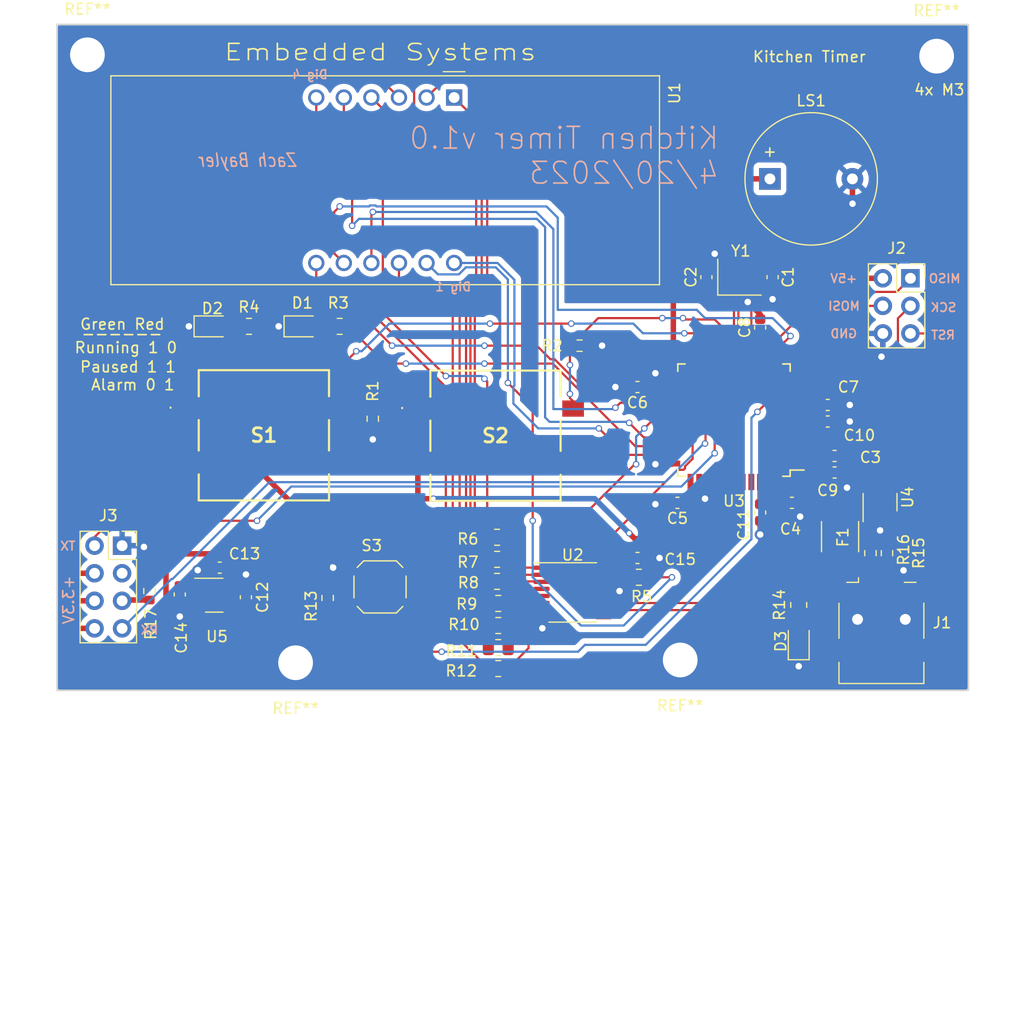
<source format=kicad_pcb>
(kicad_pcb (version 20221018) (generator pcbnew)
  (layers (0 "F.Cu" signal) (31 "B.Cu" signal) (34 "B.Paste" user) (35 "F.Paste" user) (36 "B.SilkS" user "B.Silkscreen") (37 "F.SilkS" user "F.Silkscreen") (38 "B.Mask" user) (39 "F.Mask" user) (44 "Edge.Cuts" user))
  (net 0 "")
  (net 1 "GND")
  (net 2 "Net-(D1-A)")
  (net 3 "Net-(D2-A)")
  (net 4 "Buzzer")
  (net 5 "Button_1")
  (net 6 "Button_2")
  (net 7 "RED_LED")
  (net 8 "GREEN_LED")
  (net 9 "a")
  (net 10 "Net-(U1-a)")
  (net 11 "b")
  (net 12 "Net-(U1-b)")
  (net 13 "c")
  (net 14 "Net-(U1-c)")
  (net 15 "d")
  (net 16 "Net-(U1-d)")
  (net 17 "e")
  (net 18 "Net-(U1-e)")
  (net 19 "f")
  (net 20 "Net-(U1-f)")
  (net 21 "g")
  (net 22 "Net-(U1-g)")
  (net 23 "dp")
  (net 24 "Net-(U1-DPX)")
  (net 25 "Dig4")
  (net 26 "Dig3")
  (net 27 "Dig2")
  (net 28 "Dig1")
  (net 30 "SH_CP")
  (net 31 "ST_CP")
  (net 32 "DS")
  (net 33 "XTAL2")
  (net 34 "XTAL1")
  (net 35 "RST")
  (net 36 "/UCAP")
  (net 37 "/AREF")
  (net 38 "Net-(D3-A)")
  (net 39 "Net-(J1-VBUS)")
  (net 40 "Net-(U5-BP)")
  (net 41 "+3.3V")
  (net 42 "Net-(J1-D-)")
  (net 43 "Net-(J1-D+)")
  (net 44 "MISO")
  (net 45 "SCK")
  (net 47 "MOSI")
  (net 48 "TX")
  (net 50 "Net-(J3-Pin_5)")
  (net 51 "RX")
  (net 52 "USB_CONN_D+")
  (net 53 "USB_CONN_D-")
  (net 54 "USB_D-")
  (net 55 "USB_D+")
  (net 58 "+5V")
  (footprint "Capacitor_SMD:C_0603_1608Metric" (layer "F.Cu") (at 82.169 111.059 -90)
    (fp_text reference "C14")
    (fp_text value "1uF")
  )
  (footprint "Crystal:Crystal_SMD_Abracon_ABM8G-4Pin_3.2x2.5mm" (layer "F.Cu") (at 133.731 81.827)
    (fp_text reference "Y1")
    (fp_text value "Crystal_GND24")
  )
  (footprint "Resistor_SMD:R_0805_2012Metric" (layer "F.Cu") (at 111.506 117.885 180)
    (fp_text reference "R12")
    (fp_text value "100")
  )
  (footprint "Resistor_SMD:R_0805_2012Metric" (layer "F.Cu") (at 111.506 115.951 180)
    (fp_text reference "R11")
    (fp_text value "100")
  )
  (footprint "Display_7Segment:CA56-12EWA" (layer "F.Cu") (at 107.442 65.278 -90)
    (fp_text reference "U1")
    (fp_text value "CA56-12EWA")
  )
  (footprint "Buzzer_Beeper:Buzzer_12x9.5RM7.6" (layer "F.Cu") (at 136.535 72.771)
    (fp_text reference "LS1")
    (fp_text value "Speaker")
  )
  (footprint "Package_TO_SOT_SMD:SOT-23-5" (layer "F.Cu") (at 85.344 111.125)
    (fp_text reference "U5")
    (fp_text value "LP2985-3.3")
  )
  (footprint "Resistor_SMD:R_0805_2012Metric" (layer "F.Cu") (at 111.506 111.887 180)
    (fp_text reference "R9")
    (fp_text value "100")
  )
  (footprint "Connector_PinSocket_2.54mm:PinSocket_2x04_P2.54mm_Vertical" (layer "F.Cu") (at 76.855 106.563)
    (fp_text reference "J3")
    (fp_text value "ESP Connector")
  )
  (footprint "Capacitor_SMD:C_0603_1608Metric" (layer "F.Cu") (at 85.8465 108.585 180)
    (fp_text reference "C13")
    (fp_text value "2.2uF")
  )
  (footprint "Capacitor_SMD:C_0603_1608Metric" (layer "F.Cu") (at 142.494 98.298)
    (fp_text reference "C3")
    (fp_text value "10uF")
  )
  (footprint "Capacitor_SMD:C_0603_1608Metric" (layer "F.Cu") (at 141.859 95.123)
    (fp_text reference "C10")
    (fp_text value "1uF")
  )
  (footprint "Resistor_SMD:R_0603_1608Metric" (layer "F.Cu") (at 79.375 110.744 -90)
    (fp_text reference "R17")
    (fp_text value "10k")
  )
  (footprint "Package_QFP:TQFP-44_10x10mm_P0.8mm" (layer "F.Cu") (at 133.223 94.996 180)
    (fp_text reference "U3")
    (fp_text value "ATmega32U4-A")
  )
  (footprint "Arduino_MountingHole:MountingHole_3.2mm" (layer "F.Cu") (at 151.892 61.468)
    (fp_text reference "REF**")
    (fp_text value "MountingHole_3.2mm")
  )
  (footprint "Capacitor_SMD:C_0603_1608Metric" (layer "F.Cu") (at 141.859 93.599)
    (fp_text reference "C7")
    (fp_text value "0.1uF")
  )
  (footprint "Arduino_MountingHole:MountingHole_3.2mm" (layer "F.Cu") (at 92.837 117.348 180)
    (fp_text reference "REF**")
    (fp_text value "MountingHole_3.2mm")
  )
  (footprint "Resistor_SMD:R_0805_2012Metric" (layer "F.Cu") (at 124.46 109.474)
    (fp_text reference "R5")
    (fp_text value "100")
  )
  (footprint "Resistor_SMD:R_0603_1608Metric" (layer "F.Cu") (at 118.999 88.138)
    (fp_text reference "R2")
    (fp_text value "10k")
  )
  (footprint "LED_SMD:LED_0805_2012Metric" (layer "F.Cu") (at 85.1685 86.36)
    (fp_text reference "D2")
    (fp_text value "LED")
  )
  (footprint "Resistor_SMD:R_0603_1608Metric" (layer "F.Cu") (at 99.949 94.869 -90)
    (fp_text reference "R1")
    (fp_text value "10k")
  )
  (footprint "Capacitor_SMD:C_0603_1608Metric" (layer "F.Cu") (at 135.636 103.505 -90)
    (fp_text reference "C11")
    (fp_text value "0.1uF")
  )
  (footprint "Connector_PinSocket_2.54mm:PinSocket_2x03_P2.54mm_Vertical" (layer "F.Cu") (at 149.479 81.93)
    (fp_text reference "J2")
    (fp_text value "AVR-ISP-6")
  )
  (footprint "Package_TO_SOT_SMD:SOT-23-6" (layer "F.Cu") (at 146.68 102.557 90)
    (fp_text reference "U4")
    (fp_text value "USBLC6-2SC6")
  )
  (footprint "Resistor_SMD:R_0805_2012Metric" (layer "F.Cu") (at 88.5425 86.36 180)
    (fp_text reference "R4")
    (fp_text value "330")
  )
  (footprint "Capacitor_SMD:C_0603_1608Metric" (layer "F.Cu") (at 88.2595 111.313 90)
    (fp_text reference "C12")
    (fp_text value "10nF")
  )
  (footprint "Capacitor_SMD:C_0603_1608Metric" (layer "F.Cu") (at 128.016 102.616 180)
    (fp_text reference "C5")
    (fp_text value "0.1uF")
  )
  (footprint "LED_SMD:LED_0805_2012Metric" (layer "F.Cu") (at 139.187 115.384 90)
    (fp_text reference "D3")
    (fp_text value "LED")
  )
  (footprint "Capacitor_SMD:C_0603_1608Metric" (layer "F.Cu") (at 124.333 107.696)
    (fp_text reference "C15")
    (fp_text value "0.1u")
  )
  (footprint "Capacitor_SMD:C_0603_1608Metric" (layer "F.Cu") (at 135.636 86.474 90)
    (fp_text reference "C8")
    (fp_text value "0.1uF")
  )
  (footprint "LED_SMD:LED_0805_2012Metric" (layer "F.Cu") (at 93.4595 86.36)
    (fp_text reference "D1")
    (fp_text value "LED")
  )
  (footprint "Arduino_MountingHole:MountingHole_3.2mm" (layer "F.Cu") (at 73.66 61.341)
    (fp_text reference "REF**")
    (fp_text value "MountingHole_3.2mm")
  )
  (footprint "Resistor_SMD:R_0603_1608Metric" (layer "F.Cu") (at 147.32 107.252 90)
    (fp_text reference "R15")
    (fp_text value "22")
  )
  (footprint "PTS125_SMD_Button:PTS125_SMD_Button" (layer "F.Cu") (at 89.916 96.393)
    (fp_text reference "S1")
    (fp_text value "PTS125SM43SMTR21M_LFS" hide)
  )
  (footprint "Resistor_SMD:R_0805_2012Metric" (layer "F.Cu") (at 96.901 86.36 180)
    (fp_text reference "R3")
    (fp_text value "330")
  )
  (footprint "PTS526_SMD_Button:PTS526_SMD_Button" (layer "F.Cu") (at 100.6155 110.363)
    (fp_text reference "S3")
    (fp_text value "PTS526_SM08_SMTR2_LFS")
  )
  (footprint "Fuse:Fuse_1812_4532Metric" (layer "F.Cu") (at 142.997 105.732 90)
    (fp_text reference "F1")
    (fp_text value "PTVSD?")
  )
  (footprint "Resistor_SMD:R_0603_1608Metric" (layer "F.Cu") (at 95.7895 111.379 -90)
    (fp_text reference "R13")
    (fp_text value "10k")
  )
  (footprint "Capacitor_SMD:C_0603_1608Metric" (layer "F.Cu") (at 124.333 91.948 180)
    (fp_text reference "C6")
    (fp_text value "0.1uF")
  )
  (footprint "PTS125_SMD_Button:PTS125_SMD_Button" (layer "F.Cu") (at 111.252 96.433)
    (fp_text reference "S2")
    (fp_text value "PTS125SM43SMTR21M_LFS" hide)
  )
  (footprint "Resistor_SMD:R_0805_2012Metric" (layer "F.Cu") (at 111.4025 107.823 180)
    (fp_text reference "R7")
    (fp_text value "100")
  )
  (footprint "Capacitor_SMD:C_0603_1608Metric" (layer "F.Cu") (at 130.683 81.827 90)
    (fp_text reference "C2")
    (fp_text value "22pF")
  )
  (footprint "Resistor_SMD:R_0805_2012Metric" (layer "F.Cu") (at 139.187 112.023 -90)
    (fp_text reference "R14")
    (fp_text value "1k")
  )
  (footprint "Capacitor_SMD:C_0603_1608Metric" (layer "F.Cu") (at 138.557 102.616)
    (fp_text reference "C4")
    (fp_text value "0.1uF")
  )
  (footprint "Capacitor_SMD:C_0603_1608Metric" (layer "F.Cu") (at 142.494 99.822)
    (fp_text reference "C9")
    (fp_text value "0.1uF")
  )
  (footprint "Resistor_SMD:R_0805_2012Metric" (layer "F.Cu") (at 111.4025 109.855 180)
    (fp_text reference "R8")
    (fp_text value "100")
  )
  (footprint "Package_SO:TSSOP-16_4.4x5mm_P0.65mm" (layer "F.Cu") (at 118.364 110.871)
    (fp_text reference "U2")
    (fp_text value "74HC595")
  )
  (footprint "Arduino_MountingHole:MountingHole_3.2mm" (layer "F.Cu") (at 128.27 117.094 180)
    (fp_text reference "REF**")
    (fp_text value "MountingHole_3.2mm")
  )
  (footprint "Resistor_SMD:R_0805_2012Metric" (layer "F.Cu") (at 111.4025 105.791 180)
    (fp_text reference "R6")
    (fp_text value "100")
  )
  (footprint "Connector_USB:USB_Mini-B_Lumberg_2486_01_Horizontal" (layer "F.Cu") (at 146.807 113.352)
    (fp_text reference "J1")
    (fp_text value "USB_B_Mini")
  )
  (footprint "Resistor_SMD:R_0805_2012Metric" (layer "F.Cu") (at 111.506 113.919 180)
    (fp_text reference "R10")
    (fp_text value "100")
  )
  (footprint "Resistor_SMD:R_0603_1608Metric" (layer "F.Cu") (at 145.796 107.252 90)
    (fp_text reference "R16")
    (fp_text value "22")
  )
  (footprint "Capacitor_SMD:C_0603_1608Metric" (layer "F.Cu") (at 136.779 81.827 -90)
    (fp_text reference "C1")
    (fp_text value "22pF")
  )
  (gr_rect (start 70.866 58.547) (end 154.813 119.888) (stroke (width 0.15)) (fill none) (layer "Edge.Cuts"))
  (gr_text "MOSI" (at 144.907 84.963) (layer "B.SilkS") (effects (font (size 0.8 0.8)) (justify left bottom mirror)))
  (gr_text "RST" (at 153.67 87.63) (layer "B.SilkS") (effects (font (size 0.8 0.8)) (justify left bottom mirror)))
  (gr_text "Dig 4" (at 95.885 63.627) (layer "B.SilkS") (effects (font (size 0.8 0.8)) (justify left bottom mirror)))
  (gr_text "Dig 1" (at 109.093 83.185) (layer "B.SilkS") (effects (font (size 0.8 0.8)) (justify left bottom mirror)))
  (gr_text "+3.3V" (at 72.517 109.22 90) (layer "B.SilkS") (effects (font (size 1 1)) (justify left bottom mirror)))
  (gr_text "GND" (at 144.653 87.503) (layer "B.SilkS") (effects (font (size 0.8 0.8)) (justify left bottom mirror)))
  (gr_text "MISO" (at 154.178 82.423) (layer "B.SilkS") (effects (font (size 0.8 0.8)) (justify left bottom mirror)))
  (gr_text "Kitchen Timer v1.0\n4/20/2023" (at 131.953 73.406) (layer "B.SilkS") (effects (font (size 2 2)) (justify left bottom mirror)))
  (gr_text "TX" (at 72.644 107.061) (layer "B.SilkS") (effects (font (size 0.8 0.8)) (justify left bottom mirror)))
  (gr_text "+5V" (at 144.653 82.423) (layer "B.SilkS") (effects (font (size 0.8 0.8)) (justify left bottom mirror)))
  (gr_text "RX" (at 80.264 114.808) (layer "B.SilkS") (effects (font (size 0.8 0.8)) (justify left bottom mirror)))
  (gr_text "Zach Bayler" (at 93.091 71.755) (layer "B.SilkS") (effects (font (size 1.2 1) (thickness 0.15) italic) (justify left bottom mirror)))
  (gr_text "SCK" (at 153.797 85.09) (layer "B.SilkS") (effects (font (size 0.8 0.8)) (justify left bottom mirror)))
  (gr_text "4x M3" (at 149.733 65.151) (layer "F.SilkS") (effects (font (size 1 1)) (justify left bottom)))
  (gr_text "Kitchen Timer" (at 134.874 62.103) (layer "F.SilkS") (effects (font (size 1 1)) (justify left bottom)))
  (gr_text "Running 1 0" (at 72.39 88.9) (layer "F.SilkS") (effects (font (size 1 1)) (justify left bottom)))
  (gr_text "Green Red" (at 72.898 86.741) (layer "F.SilkS") (effects (font (size 1 1)) (justify left bottom)))
  (gr_text "Paused 1 1" (at 72.898 90.678) (layer "F.SilkS") (effects (font (size 1 1)) (justify left bottom)))
  (gr_text "Alarm 0 1" (at 73.914 92.329) (layer "F.SilkS") (effects (font (size 1 1)) (justify left bottom)))
  (gr_text "------" (at 73.025 87.63) (layer "F.SilkS") (effects (font (size 1 1)) (justify left bottom)))
  (gr_text "Embedded Systems" (at 86.106 61.976) (layer "F.SilkS") (effects (font (size 1.5 2)) (justify left bottom)))
  (segment (start 143.1144 95.8996) (end 143.891 95.123) (width 0.2032) (layer "F.Cu") (net 1))
  (segment (start 135.636 104.28) (end 135.636 105.537) (width 0.508) (layer "F.Cu") (net 1))
  (segment (start 142.634 93.599) (end 143.891 93.599) (width 0.508) (layer "F.Cu") (net 1))
  (segment (start 76.855 106.563) (end 78.75 106.563) (width 0.508) (layer "F.Cu") (net 1))
  (segment (start 82.878 111.125) (end 82.169 111.834) (width 0.508) (layer "F.Cu") (net 1))
  (segment (start 136.423 100.696) (end 136.423 102.081749) (width 0.508) (layer "F.Cu") (net 1))
  (segment (start 146.939 87.01) (end 146.939 89.027) (width 0.508) (layer "F.Cu") (net 1))
  (segment (start 126.302 90.996) (end 125.984 90.678) (width 0.508) (layer "F.Cu") (net 1))
  (segment (start 136.878 103.147251) (end 137.616749 103.886) (width 0.508) (layer "F.Cu") (net 1))
  (segment (start 130.683 81.052) (end 130.683 80.43) (width 0.508) (layer "F.Cu") (net 1))
  (segment (start 146.685 103.6995) (end 146.68 103.6945) (width 0.508) (layer "F.Cu") (net 1))
  (segment (start 127.459 99.06) (end 127.523 98.996) (width 0.508) (layer "F.Cu") (net 1))
  (segment (start 84.2065 111.125) (end 82.878 111.125) (width 0.508) (layer "F.Cu") (net 1))
  (segment (start 97.6155 108.513) (end 96.3695 108.513) (width 0.508) (layer "F.Cu") (net 1))
  (segment (start 82.169 111.834) (end 82.169 113.091) (width 0.508) (layer "F.Cu") (net 1))
  (segment (start 144.135 75.047) (end 144.145 75.057) (width 0.508) (layer "F.Cu") (net 1))
  (segment (start 127.523 90.996) (end 126.302 90.996) (width 0.508) (layer "F.Cu") (net 1))
  (segment (start 99.949 95.694) (end 99.949 96.774) (width 0.508) (layer "F.Cu") (net 1))
  (segment (start 115.57 114.173) (end 115.5015 114.1045) (width 0.508) (layer "F.Cu") (net 1))
  (segment (start 88.2595 109.2255) (end 88.265 109.22) (width 0.508) (layer "F.Cu") (net 1))
  (segment (start 122.301 91.948) (end 123.558 91.948) (width 0.508) (layer "F.Cu") (net 1))
  (segment (start 143.269 100.851) (end 143.637 101.219) (width 0.508) (layer "F.Cu") (net 1))
  (segment (start 139.332 102.616) (end 139.332 103.873) (width 0.508) (layer "F.Cu") (net 1))
  (segment (start 132.631 80.977) (end 132.631 80.854) (width 0.508) (layer "F.Cu") (net 1))
  (segment (start 130.683 80.43) (end 131.445 79.668) (width 0.508) (layer "F.Cu") (net 1))
  (segment (start 139.0266 95.8996) (end 143.1144 95.8996) (width 0.2032) (layer "F.Cu") (net 1))
  (segment (start 144.135 72.771) (end 144.135 75.047) (width 0.508) (layer "F.Cu") (net 1))
  (segment (start 115.5015 114.1045) (end 115.5015 113.15) (width 0.508) (layer "F.Cu") (net 1))
  (segment (start 135.636 85.699) (end 135.636 85.256) (width 0.508) (layer "F.Cu") (net 1))
  (segment (start 125.984 99.06) (end 127.459 99.06) (width 0.508) (layer "F.Cu") (net 1))
  (segment (start 91.277 86.36) (end 92.522 86.36) (width 0.508) (layer "F.Cu") (net 1))
  (segment (start 148.407 109.276) (end 148.844 108.839) (width 0.508) (layer "F.Cu") (net 1))
  (segment (start 136.779 82.602) (end 136.779 83.859) (width 0.508) (layer "F.Cu") (net 1))
  (segment (start 139.332 103.873) (end 139.319 103.886) (width 0.508) (layer "F.Cu") (net 1))
  (segment (start 142.634 95.123) (end 143.891 95.123) (width 0.508) (layer "F.Cu") (net 1))
  (segment (start 143.269 99.822) (end 143.269 100.851) (width 0.508) (layer "F.Cu") (net 1))
  (segment (start 139.187 117.67) (end 139.187 116.3215) (width 0.508) (layer "F.Cu") (net 1))
  (segment (start 136.423 102.081749) (end 136.878 102.536749) (width 0.508) (layer "F.Cu") (net 1))
  (segment (start 134.831 82.677) (end 134.831 83.775) (width 0.508) (layer "F.Cu") (net 1))
  (segment (start 78.75 106.563) (end 78.867 106.68) (width 0.508) (layer "F.Cu") (net 1))
  (segment (start 132.631 80.854) (end 131.445 79.668) (width 0.508) (layer "F.Cu") (net 1))
  (segment (start 137.616749 103.886) (end 139.319 103.886) (width 0.508) (layer "F.Cu") (net 1))
  (segment (start 119.824 88.138) (end 121.071 88.138) (width 0.508) (layer "F.Cu") (net 1))
  (segment (start 138.923 95.796) (end 139.0266 95.8996) (width 0.2032) (layer "F.Cu") (net 1))
  (segment (start 125.108 107.696) (end 126.365 107.696) (width 0.508) (layer "F.Cu") (net 1))
  (segment (start 143.269 98.298) (end 143.269 99.822) (width 0.508) (layer "F.Cu") (net 1))
  (segment (start 135.636 85.256) (end 134.493 84.113) (width 0.508) (layer "F.Cu") (net 1))
  (segment (start 134.831 83.775) (end 134.493 84.113) (width 0.508) (layer "F.Cu") (net 1))
  (segment (start 130.556 102.235) (end 130.023 101.702) (width 0.508) (layer "F.Cu") (net 1))
  (segment (start 126.111 102.616) (end 125.984 102.743) (width 0.508) (layer "F.Cu") (net 1))
  (segment (start 96.3695 108.513) (end 96.2975 108.585) (width 0.508) (layer "F.Cu") (net 1))
  (segment (start 85.0715 108.9) (end 83.902 108.9) (width 0.508) (layer "F.Cu") (net 1))
  (segment (start 127.241 102.616) (end 126.111 102.616) (width 0.508) (layer "F.Cu") (net 1))
  (segment (start 136.878 102.536749) (end 136.878 103.147251) (width 0.508) (layer "F.Cu") (net 1))
  (segment (start 148.407 110.652) (end 148.407 109.276) (width 0.508) (layer "F.Cu") (net 1))
  (segment (start 83.902 108.9) (end 83.82 108.818) (width 0.508) (layer "F.Cu") (net 1))
  (segment (start 130.023 101.702) (end 130.023 100.696) (width 0.508) (layer "F.Cu") (net 1))
  (segment (start 88.2595 110.538) (end 88.2595 109.2255) (width 0.508) (layer "F.Cu") (net 1))
  (segment (start 122.484 110.546) (end 122.682 110.744) (width 0.2032) (layer "F.Cu") (net 1))
  (segment (start 146.685 105.156) (end 146.685 103.6995) (width 0.508) (layer "F.Cu") (net 1))
  (segment (start 134.823 89.296) (end 134.823 84.443) (width 0.2032) (layer "F.Cu") (net 1))
  (segment (start 134.823 84.443) (end 134.493 84.113) (width 0.2032) (layer "F.Cu") (net 1))
  (segment (start 121.2265 110.546) (end 122.484 110.546) (width 0.2032) (layer "F.Cu") (net 1))
  (segment (start 83.003 86.36) (end 84.303 86.36) (width 0.508) (layer "F.Cu") (net 1))
  (segment (start 146.939 89.027) (end 146.812 89.154) (width 0.508) (layer "F.Cu") (net 1))
  (via (at 96.2975 108.585) (size 1) (drill 0.6) (layers "F.Cu" "B.Cu") (net 1))
  (via (at 125.984 90.678) (size 1) (drill 0.6) (layers "F.Cu" "B.Cu") (net 1))
  (via (at 121.071 88.138) (size 1) (drill 0.6) (layers "F.Cu" "B.Cu") (net 1))
  (via (at 99.949 96.774) (size 1) (drill 0.6) (layers "F.Cu" "B.Cu") (net 1))
  (via (at 146.685 105.156) (size 1) (drill 0.6) (layers "F.Cu" "B.Cu") (net 1))
  (via (at 82.169 113.091) (size 1) (drill 0.6) (layers "F.Cu" "B.Cu") (net 1))
  (via (at 122.682 110.744) (size 1) (drill 0.6) (layers "F.Cu" "B.Cu") (net 1))
  (via (at 143.891 95.123) (size 1) (drill 0.6) (layers "F.Cu" "B.Cu") (net 1))
  (via (at 143.891 93.599) (size 1) (drill 0.6) (layers "F.Cu" "B.Cu") (net 1))
  (via (at 115.57 114.173) (size 1) (drill 0.6) (layers "F.Cu" "B.Cu") (net 1))
  (via (at 135.636 105.537) (size 1) (drill 0.6) (layers "F.Cu" "B.Cu") (net 1))
  (via (at 88.265 109.22) (size 1) (drill 0.6) (layers "F.Cu" "B.Cu") (net 1))
  (via (at 83.82 108.818) (size 1) (drill 0.6) (layers "F.Cu" "B.Cu") (net 1))
  (via (at 143.637 101.219) (size 1) (drill 0.6) (layers "F.Cu" "B.Cu") (net 1))
  (via (at 122.301 91.948) (size 1) (drill 0.6) (layers "F.Cu" "B.Cu") (net 1))
  (via (at 134.493 84.113) (size 1) (drill 0.6) (layers "F.Cu" "B.Cu") (net 1))
  (via (at 139.319 103.886) (size 1) (drill 0.6) (layers "F.Cu" "B.Cu") (net 1))
  (via (at 83.003 86.36) (size 1) (drill 0.6) (layers "F.Cu" "B.Cu") (net 1))
  (via (at 136.779 83.859) (size 1) (drill 0.6) (layers "F.Cu" "B.Cu") (net 1))
  (via (at 78.867 106.68) (size 1) (drill 0.6) (layers "F.Cu" "B.Cu") (net 1))
  (via (at 125.984 99.06) (size 1) (drill 0.6) (layers "F.Cu" "B.Cu") (net 1))
  (via (at 130.556 102.235) (size 1) (drill 0.6) (layers "F.Cu" "B.Cu") (net 1))
  (via (at 126.365 107.696) (size 1) (drill 0.6) (layers "F.Cu" "B.Cu") (net 1))
  (via (at 139.187 117.67) (size 1) (drill 0.6) (layers "F.Cu" "B.Cu") (net 1))
  (via (at 148.844 108.839) (size 1) (drill 0.6) (layers "F.Cu" "B.Cu") (net 1))
  (via (at 125.984 102.743) (size 1) (drill 0.6) (layers "F.Cu" "B.Cu") (net 1))
  (via (at 146.812 89.154) (size 1) (drill 0.6) (layers "F.Cu" "B.Cu") (net 1))
  (via (at 131.445 79.668) (size 1) (drill 0.6) (layers "F.Cu" "B.Cu") (net 1))
  (via (at 144.145 75.057) (size 1) (drill 0.6) (layers "F.Cu" "B.Cu") (net 1))
  (via (at 91.277 86.36) (size 1) (drill 0.6) (layers "F.Cu" "B.Cu") (net 1))
  (segment (start 95.849 86.36) (end 94.397 86.36) (width 0.2032) (layer "F.Cu") (net 2))
  (segment (start 87.63 86.36) (end 86.178 86.36) (width 0.2032) (layer "F.Cu") (net 3))
  (segment (start 127.635 79.629) (end 134.493 72.771) (width 0.508) (layer "F.Cu") (net 4))
  (segment (start 130.048 91.821) (end 127.635 89.408) (width 0.508) (layer "F.Cu") (net 4))
  (segment (start 128.656 94.196) (end 130.048 92.804) (width 0.508) (layer "F.Cu") (net 4))
  (segment (start 134.493 72.771) (end 136.535 72.771) (width 0.508) (layer "F.Cu") (net 4))
  (segment (start 127.635 89.408) (end 127.635 79.629) (width 0.508) (layer "F.Cu") (net 4))
  (segment (start 130.048 92.804) (end 130.048 91.821) (width 0.508) (layer "F.Cu") (net 4))
  (segment (start 127.523 94.196) (end 128.656 94.196) (width 0.508) (layer "F.Cu") (net 4))
  (segment (start 98.425 88.646) (end 97.066 90.005) (width 0.2032) (layer "F.Cu") (net 5))
  (segment (start 131.623 89.296) (end 131.623 88.3428) (width 0.2032) (layer "F.Cu") (net 5))
  (segment (start 130.2752 86.995) (end 128.651 86.995) (width 0.2032) (layer "F.Cu") (net 5))
  (segment (start 118.237 86.106) (end 110.744 86.106) (width 0.2032) (layer "F.Cu") (net 5))
  (segment (start 131.623 88.3428) (end 130.2752 86.995) (width 0.2032) (layer "F.Cu") (net 5))
  (segment (start 97.066 90.005) (end 97.066 93.893) (width 0.2032) (layer "F.Cu") (net 5))
  (segment (start 97.066 93.893) (end 99.798 93.893) (width 0.2032) (layer "F.Cu") (net 5))
  (segment (start 99.798 93.893) (end 99.949 94.044) (width 0.2032) (layer "F.Cu") (net 5))
  (via (at 98.425 88.646) (size 0.6) (drill 0.4) (layers "F.Cu" "B.Cu") (net 5))
  (via (at 110.744 86.106) (size 0.6) (drill 0.4) (layers "F.Cu" "B.Cu") (net 5))
  (via (at 118.237 86.106) (size 0.6) (drill 0.4) (layers "F.Cu" "B.Cu") (net 5))
  (via (at 128.651 86.995) (size 0.6) (drill 0.4) (layers "F.Cu" "B.Cu") (net 5))
  (segment (start 124.841 86.995) (end 124.333 86.487) (width 0.2032) (layer "B.Cu") (net 5))
  (segment (start 123.952 86.106) (end 118.237 86.106) (width 0.2032) (layer "B.Cu") (net 5))
  (segment (start 98.933 88.646) (end 101.473 86.106) (width 0.2032) (layer "B.Cu") (net 5))
  (segment (start 98.425 88.646) (end 98.933 88.646) (width 0.2032) (layer "B.Cu") (net 5))
  (segment (start 128.651 86.995) (end 124.841 86.995) (width 0.2032) (layer "B.Cu") (net 5))
  (segment (start 101.473 86.106) (end 110.744 86.106) (width 0.2032) (layer "B.Cu") (net 5))
  (segment (start 124.333 86.487) (end 123.952 86.106) (width 0.2032) (layer "B.Cu") (net 5))
  (segment (start 131.445 85.725) (end 132.423 86.703) (width 0.2032) (layer "F.Cu") (net 6))
  (segment (start 118.11 89.916) (end 118.11 88.202) (width 0.2032) (layer "F.Cu") (net 6))
  (segment (start 128.651 85.725) (end 131.445 85.725) (width 0.2032) (layer "F.Cu") (net 6))
  (segment (start 118.174 88.138) (end 120.714 85.598) (width 0.2032) (layer "F.Cu") (net 6))
  (segment (start 132.423 86.703) (end 132.423 89.296) (width 0.2032) (layer "F.Cu") (net 6))
  (segment (start 118.11 92.583) (end 118.11 92.964) (width 0.2032) (layer "F.Cu") (net 6))
  (segment (start 118.11 88.202) (end 118.174 88.138) (width 0.2032) (layer "F.Cu") (net 6))
  (segment (start 128.524 85.598) (end 128.651 85.725) (width 0.2032) (layer "F.Cu") (net 6))
  (segment (start 118.11 92.964) (end 118.402 93.256) (width 0.2032) (layer "F.Cu") (net 6))
  (segment (start 118.402 93.256) (end 118.402 93.933) (width 0.2032) (layer "F.Cu") (net 6))
  (segment (start 120.714 85.598) (end 126.619 85.598) (width 0.2032) (layer "F.Cu") (net 6))
  (via (at 118.11 89.916) (size 0.6) (drill 0.4) (layers "F.Cu" "B.Cu") (net 6))
  (via (at 128.524 85.598) (size 0.6) (drill 0.4) (layers "F.Cu" "B.Cu") (net 6))
  (via (at 118.11 92.583) (size 0.6) (drill 0.4) (layers "F.Cu" "B.Cu") (net 6))
  (via (at 126.619 85.598) (size 0.6) (drill 0.4) (layers "F.Cu" "B.Cu") (net 6))
  (segment (start 118.11 92.583) (end 118.11 89.916) (width 0.2032) (layer "B.Cu") (net 6))
  (segment (start 126.619 85.598) (end 128.524 85.598) (width 0.2032) (layer "B.Cu") (net 6))
  (segment (start 116.52379 89.789) (end 110.236 89.789) (width 0.2032) (layer "F.Cu") (net 7))
  (segment (start 127.523 97.396) (end 124.13079 97.396) (width 0.2032) (layer "F.Cu") (net 7))
  (segment (start 101.103 89.789) (end 97.674 86.36) (width 0.2032) (layer "F.Cu") (net 7))
  (segment (start 102.997 89.789) (end 101.103 89.789) (width 0.2032) (layer "F.Cu") (net 7))
  (segment (start 124.13079 97.396) (end 116.52379 89.789) (width 0.2032) (layer "F.Cu") (net 7))
  (via (at 102.997 89.789) (size 0.6) (drill 0.4) (layers "F.Cu" "B.Cu") (net 7))
  (via (at 110.236 89.789) (size 0.6) (drill 0.4) (layers "F.Cu" "B.Cu") (net 7))
  (segment (start 110.236 89.789) (end 106.68 89.789) (width 0.2032) (layer "B.Cu") (net 7))
  (segment (start 106.68 89.789) (end 102.997 89.789) (width 0.2032) (layer "B.Cu") (net 7))
  (segment (start 120.0546 92.7496) (end 127.3694 92.7496) (width 0.2032) (layer "F.Cu") (net 8))
  (segment (start 115.062 88.138) (end 116.3098 89.3858) (width 0.2032) (layer "F.Cu") (net 8))
  (segment (start 90.979 84.836) (end 89.455 86.36) (width 0.2032) (layer "F.Cu") (net 8))
  (segment (start 112.649 88.138) (end 115.062 88.138) (width 0.2032) (layer "F.Cu") (net 8))
  (segment (start 98.425 84.836) (end 90.979 84.836) (width 0.2032) (layer "F.Cu") (net 8))
  (segment (start 116.3098 89.3858) (end 116.6908 89.3858) (width 0.2032) (layer "F.Cu") (net 8))
  (segment (start 116.6908 89.3858) (end 120.0546 92.7496) (width 0.2032) (layer "F.Cu") (net 8))
  (segment (start 110.236 88.138) (end 112.649 88.138) (width 0.2032) (layer "F.Cu") (net 8))
  (segment (start 101.727 88.138) (end 98.425 84.836) (width 0.2032) (layer "F.Cu") (net 8))
  (segment (start 127.3694 92.7496) (end 127.523 92.596) (width 0.2032) (layer "F.Cu") (net 8))
  (via (at 110.236 88.138) (size 0.6) (drill 0.4) (layers "F.Cu" "B.Cu") (net 8))
  (via (at 101.727 88.138) (size 0.6) (drill 0.4) (layers "F.Cu" "B.Cu") (net 8))
  (segment (start 106.68 88.138) (end 110.236 88.138) (width 0.2032) (layer "B.Cu") (net 8))
  (segment (start 101.727 88.138) (end 106.68 88.138) (width 0.2032) (layer "B.Cu") (net 8))
  (segment (start 121.2265 109.246) (end 123.3195 109.246) (width 0.2032) (layer "F.Cu") (net 9))
  (segment (start 123.3195 109.246) (end 123.5475 109.474) (width 0.2032) (layer "F.Cu") (net 9))
  (segment (start 114.681 104.267) (end 114.681 93.853) (width 0.2032) (layer "F.Cu") (net 10))
  (segment (start 114.681 93.853) (end 112.395 91.567) (width 0.2032) (layer "F.Cu") (net 10))
  (segment (start 125.3725 109.474) (end 127.508 109.474) (width 0.2032) (layer "F.Cu") (net 10))
  (via (at 127.508 109.474) (size 0.6) (drill 0.4) (layers "F.Cu" "B.Cu") (net 10))
  (via (at 112.395 91.567) (size 0.6) (drill 0.4) (layers "F.Cu" "B.Cu") (net 10))
  (via (at 114.681 104.267) (size 0.6) (drill 0.4) (layers "F.Cu" "B.Cu") (net 10))
  (segment (start 111.2742 80.9212) (end 108.525987 80.9212) (width 0.2032) (layer "B.Cu") (net 10))
  (segment (start 112.395 91.567) (end 112.395 82.042) (width 0.2032) (layer "B.Cu") (net 10))
  (segment (start 105.9536 81.5696) (end 104.902 80.518) (width 0.2032) (layer "B.Cu") (net 10))
  (segment (start 112.395 82.042) (end 111.2742 80.9212) (width 0.2032) (layer "B.Cu") (net 10))
  (segment (start 127.508 109.474) (end 123.063 113.919) (width 0.2032) (layer "B.Cu") (net 10))
  (segment (start 108.525987 80.9212) (end 107.877587 81.5696) (width 0.2032) (layer "B.Cu") (net 10))
  (segment (start 119.126 113.919) (end 114.681 109.474) (width 0.2032) (layer "B.Cu") (net 10))
  (segment (start 114.681 109.474) (end 114.681 104.267) (width 0.2032) (layer "B.Cu") (net 10))
  (segment (start 123.063 113.919) (end 119.126 113.919) (width 0.2032) (layer "B.Cu") (net 10))
  (segment (start 107.877587 81.5696) (end 105.9536 81.5696) (width 0.2032) (layer "B.Cu") (net 10))
  (segment (start 113.792 108.585) (end 115.4905 108.585) (width 0.2032) (layer "F.Cu") (net 11))
  (segment (start 113.792 107.268) (end 113.792 108.585) (width 0.2032) (layer "F.Cu") (net 11))
  (segment (start 115.4905 108.585) (end 115.5015 108.596) (width 0.2032) (layer "F.Cu") (net 11))
  (segment (start 112.315 105.791) (end 113.792 107.268) (width 0.2032) (layer "F.Cu") (net 11))
  (segment (start 110.49 105.791) (end 110.49 91.44) (width 0.2032) (layer "F.Cu") (net 12))
  (segment (start 106.68 90.932) (end 98.6568 82.9088) (width 0.2032) (layer "F.Cu") (net 12))
  (segment (start 95.3548 82.9088) (end 94.742 82.296) (width 0.2032) (layer "F.Cu") (net 12))
  (segment (start 110.49 91.44) (end 110.236 91.186) (width 0.2032) (layer "F.Cu") (net 12))
  (segment (start 94.742 82.296) (end 94.742 80.518) (width 0.2032) (layer "F.Cu") (net 12))
  (segment (start 98.6568 82.9088) (end 95.3548 82.9088) (width 0.2032) (layer "F.Cu") (net 12))
  (via (at 106.68 90.932) (size 0.6) (drill 0.4) (layers "F.Cu" "B.Cu") (net 12))
  (via (at 110.236 91.186) (size 0.6) (drill 0.4) (layers "F.Cu" "B.Cu") (net 12))
  (segment (start 106.68 90.932) (end 109.982 90.932) (width 0.2032) (layer "B.Cu") (net 12))
  (segment (start 109.982 90.932) (end 110.236 91.186) (width 0.2032) (layer "B.Cu") (net 12))
  (segment (start 113.284 108.966) (end 113.564 109.246) (width 0.2032) (layer "F.Cu") (net 13))
  (segment (start 113.564 109.246) (end 115.5015 109.246) (width 0.2032) (layer "F.Cu") (net 13))
  (segment (start 112.903 107.823) (end 113.284 108.204) (width 0.2032) (layer "F.Cu") (net 13))
  (segment (start 112.315 107.823) (end 112.903 107.823) (width 0.2032) (layer "F.Cu") (net 13))
  (segment (start 113.284 108.204) (end 113.284 108.966) (width 0.2032) (layer "F.Cu") (net 13))
  (segment (start 104.775 62.611) (end 103.759 63.627) (width 0.2032) (layer "F.Cu") (net 14))
  (segment (start 109.347 84.963) (end 110.49 83.82) (width 0.2032) (layer "F.Cu") (net 14))
  (segment (start 109.474 107.823) (end 109.347 107.696) (width 0.2032) (layer "F.Cu") (net 14))
  (segment (start 103.759 63.627) (end 103.759 66.167) (width 0.2032) (layer "F.Cu") (net 14))
  (segment (start 103.759 66.167) (end 103.251 66.675) (width 0.2032) (layer "F.Cu") (net 14))
  (segment (start 100.838 66.421) (end 100.838 66.294) (width 0.2032) (layer "F.Cu") (net 14))
  (segment (start 103.251 66.675) (end 101.092 66.675) (width 0.2032) (layer "F.Cu") (net 14))
  (segment (start 100.838 66.294) (end 99.822 65.278) (width 0.2032) (layer "F.Cu") (net 14))
  (segment (start 109.347 107.696) (end 109.347 84.963) (width 0.2032) (layer "F.Cu") (net 14))
  (segment (start 101.092 66.675) (end 100.838 66.421) (width 0.2032) (layer "F.Cu") (net 14))
  (segment (start 108.77421 62.611) (end 104.775 62.611) (width 0.2032) (layer "F.Cu") (net 14))
  (segment (start 110.49 107.823) (end 109.474 107.823) (width 0.2032) (layer "F.Cu") (net 14))
  (segment (start 110.49 83.82) (end 110.49 64.32679) (width 0.2032) (layer "F.Cu") (net 14))
  (segment (start 110.49 64.32679) (end 108.77421 62.611) (width 0.2032) (layer "F.Cu") (net 14))
  (segment (start 115.4605 109.855) (end 115.5015 109.896) (width 0.2032) (layer "F.Cu") (net 15))
  (segment (start 112.315 109.855) (end 115.4605 109.855) (width 0.2032) (layer "F.Cu") (net 15))
  (segment (start 109.982 83.693) (end 109.982 64.389) (width 0.2032) (layer "F.Cu") (net 16))
  (segment (start 109.982 64.389) (end 108.839 63.246) (width 0.2032) (layer "F.Cu") (net 16))
  (segment (start 110.49 109.855) (end 108.9438 108.3088) (width 0.2032) (layer "F.Cu") (net 16))
  (segment (start 108.9438 84.7312) (end 109.982 83.693) (width 0.2032) (layer "F.Cu") (net 16))
  (segment (start 108.9438 108.3088) (end 108.9438 84.7312) (width 0.2032) (layer "F.Cu") (net 16))
  (segment (start 108.839 63.246) (end 106.934 63.246) (width 0.2032) (layer "F.Cu") (net 16))
  (segment (start 106.934 63.246) (end 104.902 65.278) (width 0.2032) (layer "F.Cu") (net 16))
  (segment (start 112.4185 111.887) (end 112.4185 111.6095) (width 0.2032) (layer "F.Cu") (net 17))
  (segment (start 113.482 110.546) (end 115.5015 110.546) (width 0.2032) (layer "F.Cu") (net 17))
  (segment (start 112.4185 111.6095) (end 113.482 110.546) (width 0.2032) (layer "F.Cu") (net 17))
  (segment (start 109.474 83.439) (end 109.474 67.31) (width 0.2032) (layer "F.Cu") (net 18))
  (segment (start 108.5406 84.3724) (end 109.474 83.439) (width 0.2032) (layer "F.Cu") (net 18))
  (segment (start 108.5406 109.8341) (end 108.5406 84.3724) (width 0.2032) (layer "F.Cu") (net 18))
  (segment (start 110.5935 111.887) (end 108.5406 109.8341) (width 0.2032) (layer "F.Cu") (net 18))
  (segment (start 109.474 67.31) (end 107.442 65.278) (width 0.2032) (layer "F.Cu") (net 18))
  (segment (start 113.442105 112.895395) (end 113.442105 111.156105) (width 0.2032) (layer "F.Cu") (net 19))
  (segment (start 115.461605 111.156105) (end 115.5015 111.196) (width 0.2032) (layer "F.Cu") (net 19))
  (segment (start 113.442105 111.156105) (end 115.461605 111.156105) (width 0.2032) (layer "F.Cu") (net 19))
  (segment (start 112.4185 113.919) (end 113.442105 112.895395) (width 0.2032) (layer "F.Cu") (net 19))
  (segment (start 110.195989 113.3206) (end 107.95 111.074611) (width 0.2032) (layer "F.Cu") (net 20))
  (segment (start 103.759 83.82) (end 102.362 82.423) (width 0.2032) (layer "F.Cu") (net 20))
  (segment (start 107.95 111.074611) (end 107.95 83.82) (width 0.2032) (layer "F.Cu") (net 20))
  (segment (start 110.760511 113.3206) (end 110.195989 113.3206) (width 0.2032) (layer "F.Cu") (net 20))
  (segment (start 102.362 82.423) (end 102.362 80.518) (width 0.2032) (layer "F.Cu") (net 20))
  (segment (start 107.95 83.82) (end 103.759 83.82) (width 0.2032) (layer "F.Cu") (net 20))
  (segment (start 112.4185 115.951) (end 113.845305 114.524195) (width 0.2032) (layer "F.Cu") (net 21))
  (segment (start 113.845305 111.887) (end 115.4605 111.887) (width 0.2032) (layer "F.Cu") (net 21))
  (segment (start 115.4605 111.887) (end 115.5015 111.846) (width 0.2032) (layer "F.Cu") (net 21))
  (segment (start 113.845305 114.524195) (end 113.845305 111.887) (width 0.2032) (layer "F.Cu") (net 21))
  (segment (start 107.315 112.6725) (end 107.315 84.2232) (width 0.2032) (layer "F.Cu") (net 22))
  (segment (start 97.282 67.818) (end 97.282 65.278) (width 0.2032) (layer "F.Cu") (net 22))
  (segment (start 100.8736 71.4096) (end 97.282 67.818) (width 0.2032) (layer "F.Cu") (net 22))
  (segment (start 110.5935 115.951) (end 107.315 112.6725) (width 0.2032) (layer "F.Cu") (net 22))
  (segment (start 100.8736 81.50481) (end 100.8736 71.4096) (width 0.2032) (layer "F.Cu") (net 22))
  (segment (start 103.59199 84.2232) (end 100.8736 81.50481) (width 0.2032) (layer "F.Cu") (net 22))
  (segment (start 107.315 84.2232) (end 103.59199 84.2232) (width 0.2032) (layer "F.Cu") (net 22))
  (segment (start 114.3 116.0035) (end 114.3 112.522) (width 0.2032) (layer "F.Cu") (net 23))
  (segment (start 114.3 112.522) (end 115.4755 112.522) (width 0.2032) (layer "F.Cu") (net 23))
  (segment (start 115.4755 112.522) (end 115.5015 112.496) (width 0.2032) (layer "F.Cu") (net 23))
  (segment (start 112.4185 117.885) (end 114.3 116.0035) (width 0.2032) (layer "F.Cu") (net 23))
  (segment (start 88.392 78.232) (end 93.472 83.312) (width 0.2032) (layer "F.Cu") (net 24))
  (segment (start 102.362 65.278) (end 99.822 62.738) (width 0.2032) (layer "F.Cu") (net 24))
  (segment (start 93.472 62.738) (end 88.392 67.818) (width 0.2032) (layer "F.Cu") (net 24))
  (segment (start 93.472 83.312) (end 98.044 83.312) (width 0.2032) (layer "F.Cu") (net 24))
  (segment (start 106.68 113.9715) (end 110.5935 117.885) (width 0.2032) (layer "F.Cu") (net 24))
  (segment (start 106.68 91.948) (end 106.68 113.9715) (width 0.2032) (layer "F.Cu") (net 24))
  (segment (start 98.044 83.312) (end 106.68 91.948) (width 0.2032) (layer "F.Cu") (net 24))
  (segment (start 88.392 67.818) (end 88.392 78.232) (width 0.2032) (layer "F.Cu") (net 24))
  (segment (start 99.822 62.738) (end 93.472 62.738) (width 0.2032) (layer "F.Cu") (net 24))
  (segment (start 94.742 67.056) (end 94.742 65.278) (width 0.2032) (layer "F.Cu") (net 25))
  (segment (start 124.917 96.596) (end 123.571 95.25) (width 0.2032) (layer "F.Cu") (net 25))
  (segment (start 98.044 77.089) (end 98.044 70.358) (width 0.2032) (layer "F.Cu") (net 25))
  (segment (start 98.044 70.358) (end 94.742 67.056) (width 0.2032) (layer "F.Cu") (net 25))
  (segment (start 127.523 96.596) (end 124.917 96.596) (width 0.2032) (layer "F.Cu") (net 25))
  (via (at 98.044 77.089) (size 0.6) (drill 0.4) (layers "F.Cu" "B.Cu") (net 25))
  (via (at 123.571 95.25) (size 0.6) (drill 0.4) (layers "F.Cu" "B.Cu") (net 25))
  (segment (start 115.062001 76.454) (end 115.824 77.215999) (width 0.2032) (layer "B.Cu") (net 25))
  (segment (start 123.4774 95.1564) (end 123.571 95.25) (width 0.2032) (layer "B.Cu") (net 25))
  (segment (start 98.679 76.454) (end 115.062001 76.454) (width 0.2032) (layer "B.Cu") (net 25))
  (segment (start 98.044 77.089) (end 98.679 76.454) (width 0.2032) (layer "B.Cu") (net 25))
  (segment (start 115.824 77.215999) (end 115.824 94.742) (width 0.2032) (layer "B.Cu") (net 25))
  (segment (start 115.824 94.742) (end 116.2384 95.1564) (width 0.2032) (layer "B.Cu") (net 25))
  (segment (start 116.2384 95.1564) (end 123.4774 95.1564) (width 0.2032) (layer "B.Cu") (net 25))
  (segment (start 96.393 75.819) (end 96.393 79.629) (width 0.2032) (layer "F.Cu") (net 26))
  (segment (start 137.223 88.456) (end 138.43 87.249) (width 0.2032) (layer "F.Cu") (net 26))
  (segment (start 137.223 89.296) (end 137.223 88.456) (width 0.2032) (layer "F.Cu") (net 26))
  (segment (start 96.901 75.311) (end 96.393 75.819) (width 0.2032) (layer "F.Cu") (net 26))
  (segment (start 96.393 79.629) (end 97.282 80.518) (width 0.2032) (layer "F.Cu") (net 26))
  (via (at 138.43 87.249) (size 0.6) (drill 0.4) (layers "F.Cu" "B.Cu") (net 26))
  (via (at 96.901 75.311) (size 0.6) (drill 0.4) (layers "F.Cu" "B.Cu") (net 26))
  (segment (start 116.9892 76.3492) (end 116.9892 84.836) (width 0.2032) (layer "B.Cu") (net 26))
  (segment (start 136.779 85.598) (end 138.43 87.249) (width 0.2032) (layer "B.Cu") (net 26))
  (segment (start 100.291791 75.311) (end 115.951 75.311) (width 0.2032) (layer "B.Cu") (net 26))
  (segment (start 96.901 75.311) (end 99.606209 75.311) (width 0.2032) (layer "B.Cu") (net 26))
  (segment (start 116.9892 84.836) (end 129.794 84.836) (width 0.2032) (layer "B.Cu") (net 26))
  (segment (start 129.794 84.836) (end 130.556 85.598) (width 0.2032) (layer "B.Cu") (net 26))
  (segment (start 100.198191 75.2174) (end 100.291791 75.311) (width 0.2032) (layer "B.Cu") (net 26))
  (segment (start 130.556 85.598) (end 136.779 85.598) (width 0.2032) (layer "B.Cu") (net 26))
  (segment (start 99.606209 75.311) (end 99.699809 75.2174) (width 0.2032) (layer "B.Cu") (net 26))
  (segment (start 99.699809 75.2174) (end 100.198191 75.2174) (width 0.2032) (layer "B.Cu") (net 26))
  (segment (start 115.951 75.311) (end 116.9892 76.3492) (width 0.2032) (layer "B.Cu") (net 26))
  (segment (start 99.822 75.946) (end 99.822 80.518) (width 0.2032) (layer "F.Cu") (net 27))
  (segment (start 122.301 93.853) (end 122.758 93.396) (width 0.2032) (layer "F.Cu") (net 27))
  (segment (start 99.949 75.819) (end 99.822 75.946) (width 0.2032) (layer "F.Cu") (net 27))
  (segment (start 122.758 93.396) (end 127.523 93.396) (width 0.2032) (layer "F.Cu") (net 27))
  (via (at 99.949 75.819) (size 0.6) (drill 0.4) (layers "F.Cu" "B.Cu") (net 27))
  (via (at 122.301 93.853) (size 0.6) (drill 0.4) (layers "F.Cu" "B.Cu") (net 27))
  (segment (start 122.174 93.98) (end 122.301 93.853) (width 0.2032) (layer "B.Cu") (net 27))
  (segment (start 99.949 75.819) (end 114.997211 75.819) (width 0.2032) (layer "B.Cu") (net 27))
  (segment (start 116.586 93.98) (end 122.174 93.98) (width 0.2032) (layer "B.Cu") (net 27))
  (segment (start 116.586 77.407789) (end 116.586 93.98) (width 0.2032) (layer "B.Cu") (net 27))
  (segment (start 114.997211 75.819) (end 116.586 77.407789) (width 0.2032) (layer "B.Cu") (net 27))
  (segment (start 123.215 98.196) (end 120.777 95.758) (width 0.2032) (layer "F.Cu") (net 28))
  (segment (start 127.523 98.196) (end 123.215 98.196) (width 0.2032) (layer "F.Cu") (net 28))
  (via (at 120.777 95.758) (size 0.6) (drill 0.4) (layers "F.Cu" "B.Cu") (net 28))
  (segment (start 112.9966 82.07339) (end 111.44121 80.518) (width 0.2032) (layer "B.Cu") (net 28))
  (segment (start 120.777 95.758) (end 115.189 95.758) (width 0.2032) (layer "B.Cu") (net 28))
  (segment (start 111.44121 80.518) (end 107.442 80.518) (width 0.2032) (layer "B.Cu") (net 28))
  (segment (start 112.903 91.909791) (end 112.9966 91.816191) (width 0.2032) (layer "B.Cu") (net 28))
  (segment (start 112.9966 91.816191) (end 112.9966 82.07339) (width 0.2032) (layer "B.Cu") (net 28))
  (segment (start 115.189 95.758) (end 112.903 93.472) (width 0.2032) (layer "B.Cu") (net 28))
  (segment (start 112.903 93.472) (end 112.903 91.909791) (width 0.2032) (layer "B.Cu") (net 28))
  (segment (start 138.923 98.996) (end 140.462 100.535) (width 0.2032) (layer "F.Cu") (net 30))
  (segment (start 140.462 105.283) (end 136.271 109.474) (width 0.2032) (layer "F.Cu") (net 30))
  (segment (start 140.462 100.535) (end 140.462 105.283) (width 0.2032) (layer "F.Cu") (net 30))
  (segment (start 136.271 110.744) (end 135.169 111.846) (width 0.2032) (layer "F.Cu") (net 30))
  (segment (start 135.169 111.846) (end 121.2265 111.846) (width 0.2032) (layer "F.Cu") (net 30))
  (segment (start 136.271 109.474) (end 136.271 110.744) (width 0.2032) (layer "F.Cu") (net 30))
  (segment (start 124.968 95.758) (end 125.73 94.996) (width 0.2032) (layer "F.Cu") (net 31))
  (segment (start 121.2265 111.196) (end 120.571052 111.196) (width 0.2032) (layer "F.Cu") (net 31))
  (segment (start 119.7842 110.409148) (end 119.7842 103.3548) (width 0.2032) (layer "F.Cu") (net 31))
  (segment (start 119.7842 103.3548) (end 124.079 99.06) (width 0.2032) (layer "F.Cu") (net 31))
  (segment (start 125.73 94.996) (end 127.523 94.996) (width 0.2032) (layer "F.Cu") (net 31))
  (segment (start 120.571052 111.196) (end 119.7842 110.409148) (width 0.2032) (layer "F.Cu") (net 31))
  (segment (start 124.079 99.06) (end 124.206 99.06) (width 0.2032) (layer "F.Cu") (net 31))
  (via (at 124.968 95.758) (size 0.6) (drill 0.4) (layers "F.Cu" "B.Cu") (net 31))
  (via (at 124.206 99.06) (size 0.6) (drill 0.4) (layers "F.Cu" "B.Cu") (net 31))
  (segment (start 124.206 96.52) (end 124.968 95.758) (width 0.2032) (layer "B.Cu") (net 31))
  (segment (start 124.206 96.52) (end 124.206 99.06) (width 0.2032) (layer "B.Cu") (net 31))
  (segment (start 128.5746 99.5726) (end 128.7145 99.4327) (width 0.2032) (layer "F.Cu") (net 32))
  (segment (start 120.1874 107.405966) (end 128.020766 99.5726) (width 0.2032) (layer "F.Cu") (net 32))
  (segment (start 127.523 95.796) (end 128.3512 95.796) (width 0.2032) (layer "F.Cu") (net 32))
  (segment (start 129.413 96.8578) (end 129.413 98.552) (width 0.2032) (layer "F.Cu") (net 32))
  (segment (start 120.1874 109.512348) (end 120.1874 107.405966) (width 0.2032) (layer "F.Cu") (net 32))
  (segment (start 129.413 98.552) (end 128.7145 99.2505) (width 0.2032) (layer "F.Cu") (net 32))
  (segment (start 128.020766 99.5726) (end 128.5746 99.5726) (width 0.2032) (layer "F.Cu") (net 32))
  (segment (start 128.7145 99.4327) (end 128.7145 99.2505) (width 0.2032) (layer "F.Cu") (net 32))
  (segment (start 121.2265 109.896) (end 120.571052 109.896) (width 0.2032) (layer "F.Cu") (net 32))
  (segment (start 120.571052 109.896) (end 120.1874 109.512348) (width 0.2032) (layer "F.Cu") (net 32))
  (segment (start 128.3512 95.796) (end 129.413 96.8578) (width 0.2032) (layer "F.Cu") (net 32))
  (segment (start 136.779 81.052) (end 134.906 81.052) (width 0.2032) (layer "F.Cu") (net 33))
  (segment (start 134.023 88.557) (end 134.023 89.296) (width 0.2032) (layer "F.Cu") (net 33))
  (segment (start 134.731 80.977) (end 133.6326 82.0754) (width 0.2032) (layer "F.Cu") (net 33))
  (segment (start 134.831 80.977) (end 134.731 80.977) (width 0.2032) (layer "F.Cu") (net 33))
  (segment (start 133.6326 88.1666) (end 134.023 88.557) (width 0.2032) (layer "F.Cu") (net 33))
  (segment (start 133.6326 82.0754) (end 133.6326 88.1666) (width 0.2032) (layer "F.Cu") (net 33))
  (segment (start 134.906 81.052) (end 134.831 80.977) (width 0.2032) (layer "F.Cu") (net 33))
  (segment (start 130.683 82.602) (end 132.556 82.602) (width 0.2032) (layer "F.Cu") (net 34))
  (segment (start 133.223 83.269) (end 133.223 89.296) (width 0.2032) (layer "F.Cu") (net 34))
  (segment (start 132.556 82.602) (end 132.631 82.677) (width 0.2032) (layer "F.Cu") (net 34))
  (segment (start 132.631 82.677) (end 133.223 83.269) (width 0.2032) (layer "F.Cu") (net 34))
  (segment (start 151.638 80.137) (end 151.257 79.756) (width 0.2032) (layer "F.Cu") (net 35))
  (segment (start 106.299 116.332) (end 99.187 116.332) (width 0.2032) (layer "F.Cu") (net 35))
  (segment (start 136.423 89.296) (end 136.423 88.367) (width 0.2032) (layer "F.Cu") (net 35))
  (segment (start 95.7985 112.213) (end 95.7895 112.204) (width 0.2032) (layer "F.Cu") (net 35))
  (segment (start 97.6155 112.213) (end 95.7985 112.213) (width 0.2032) (layer "F.Cu") (net 35))
  (segment (start 135.382 94.234) (end 136.423 93.193) (width 0.2032) (layer "F.Cu") (net 35))
  (segment (start 151.638 86.995) (end 151.638 80.137) (width 0.2032) (layer "F.Cu") (net 35))
  (segment (start 144.399 80.391) (end 138.684 86.106) (width 0.2032) (layer "F.Cu") (net 35))
  (segment (start 136.423 93.193) (end 136.423 89.296) (width 0.2032) (layer "F.Cu") (net 35))
  (segment (start 99.187 116.332) (end 95.7895 112.9345) (width 0.2032) (layer "F.Cu") (net 35))
  (segment (start 145.034 79.756) (end 144.399 80.391) (width 0.2032) (layer "F.Cu") (net 35))
  (segment (start 136.423 88.367) (end 138.557 86.233) (width 0.2032) (layer "F.Cu") (net 35))
  (segment (start 151.623 87.01) (end 151.638 86.995) (width 0.2032) (layer "F.Cu") (net 35))
  (segment (start 138.557 86.233) (end 138.684 86.106) (width 0.2032) (layer "F.Cu") (net 35))
  (segment (start 95.7895 112.9345) (end 95.7895 112.204) (width 0.2032) (layer "F.Cu") (net 35))
  (segment (start 151.257 79.756) (end 145.034 79.756) (width 0.2032) (layer "F.Cu") (net 35))
  (segment (start 149.479 87.01) (end 151.623 87.01) (width 0.2032) (layer "F.Cu") (net 35))
  (via (at 135.382 94.234) (size 0.6) (drill 0.4) (layers "F.Cu" "B.Cu") (net 35))
  (via (at 106.299 116.332) (size 0.6) (drill 0.4) (layers "F.Cu" "B.Cu") (net 35))
  (segment (start 106.299 116.332) (end 118.862634 116.332) (width 0.2032) (layer "B.Cu") (net 35))
  (segment (start 125.095 115.697) (end 134.8344 105.9576) (width 0.2032) (layer "B.Cu") (net 35))
  (segment (start 118.862634 116.332) (end 119.497634 115.697) (width 0.2032) (layer "B.Cu") (net 35))
  (segment (start 119.497634 115.697) (end 125.095 115.697) (width 0.2032) (layer "B.Cu") (net 35))
  (segment (start 134.8344 94.7816) (end 135.382 94.234) (width 0.2032) (layer "B.Cu") (net 35))
  (segment (start 134.8344 105.9576) (end 134.8344 94.7816) (width 0.2032) (layer "B.Cu") (net 35))
  (segment (start 138.923 94.996) (end 140.957 94.996) (width 0.508) (layer "F.Cu") (net 36))
  (segment (start 140.957 94.996) (end 141.084 95.123) (width 0.508) (layer "F.Cu") (net 36))
  (segment (start 135.636 100.709) (end 135.623 100.696) (width 0.508) (layer "F.Cu") (net 37))
  (segment (start 135.636 102.73) (end 135.636 100.709) (width 0.508) (layer "F.Cu") (net 37))
  (segment (start 139.187 112.9355) (end 139.187 114.4465) (width 0.2032) (layer "F.Cu") (net 38))
  (segment (start 145.207 110.0795) (end 142.997 107.8695) (width 0.508) (layer "F.Cu") (net 39))
  (segment (start 145.207 110.652) (end 145.207 110.0795) (width 0.508) (layer "F.Cu") (net 39))
  (segment (start 86.4815 112.075) (end 88.2465 112.075) (width 0.2032) (layer "F.Cu") (net 40))
  (segment (start 88.2465 112.075) (end 88.2595 112.088) (width 0.2032) (layer "F.Cu") (net 40))
  (segment (start 72.263 109.347) (end 72.263 111.633) (width 0.508) (layer "F.Cu") (net 41))
  (segment (start 72.4 114.183) (end 72.263 114.046) (width 0.508) (layer "F.Cu") (net 41))
  (segment (start 80.899 107.696) (end 79.756 107.696) (width 0.508) (layer "F.Cu") (net 41))
  (segment (start 86.4815 110.175) (end 86.4815 109.04) (width 0.508) (layer "F.Cu") (net 41))
  (segment (start 86.6215 107.8305) (end 86.106 107.315) (width 0.508) (layer "F.Cu") (net 41))
  (segment (start 74.315 109.103) (end 72.507 109.103) (width 0.508) (layer "F.Cu") (net 41))
  (segment (start 74.315 114.183) (end 72.4 114.183) (width 0.508) (layer "F.Cu") (net 41))
  (segment (start 72.771 117.221) (end 72.263 116.713) (width 0.508) (layer "F.Cu") (net 41))
  (segment (start 79.756 107.696) (end 79.375 108.077) (width 0.508) (layer "F.Cu") (net 41))
  (segment (start 86.106 107.315) (end 81.28 107.315) (width 0.508) (layer "F.Cu") (net 41))
  (segment (start 81.28 107.315) (end 80.899 107.696) (width 0.508) (layer "F.Cu") (net 41))
  (segment (start 86.6215 108.9) (end 86.6215 107.8305) (width 0.508) (layer "F.Cu") (net 41))
  (segment (start 72.273 111.643) (end 72.263 111.633) (width 0.508) (layer "F.Cu") (net 41))
  (segment (start 74.315 111.643) (end 72.273 111.643) (width 0.508) (layer "F.Cu") (net 41))
  (segment (start 72.263 116.713) (end 72.263 114.046) (width 0.508) (layer "F.Cu") (net 41))
  (segment (start 80.899 107.696) (end 80.899 116.205) (width 0.508) (layer "F.Cu") (net 41))
  (segment (start 72.507 109.103) (end 72.263 109.347) (width 0.508) (layer "F.Cu") (net 41))
  (segment (start 79.883 117.221) (end 72.771 117.221) (width 0.508) (layer "F.Cu") (net 41))
  (segment (start 72.263 111.633) (end 72.263 114.046) (width 0.508) (layer "F.Cu") (net 41))
  (segment (start 86.4815 109.04) (end 86.6215 108.9) (width 0.508) (layer "F.Cu") (net 41))
  (segment (start 80.899 116.205) (end 79.883 117.221) (width 0.508) (layer "F.Cu") (net 41))
  (segment (start 79.375 108.077) (end 79.375 109.919) (width 0.508) (layer "F.Cu") (net 41))
  (segment (start 146.007 108.288) (end 146.007 110.652) (width 0.2032) (layer "F.Cu") (net 42))
  (segment (start 145.796 108.077) (end 146.007 108.288) (width 0.2032) (layer "F.Cu") (net 42))
  (segment (start 146.807 108.712) (end 147.442 108.077) (width 0.2032) (layer "F.Cu") (net 43))
  (segment (start 146.807 110.652) (end 146.807 108.712) (width 0.2032) (layer "F.Cu") (net 43))
  (segment (start 144.3768 89.3032) (end 142.684 90.996) (width 0.2032) (layer "F.Cu") (net 44))
  (segment (start 142.684 90.996) (end 138.923 90.996) (width 0.2032) (layer "F.Cu") (net 44))
  (segment (start 148.224 83.185) (end 145.034 83.185) (width 0.2032) (layer "F.Cu") (net 44))
  (segment (start 145.034 83.185) (end 144.3768 83.8422) (width 0.2032) (layer "F.Cu") (net 44))
  (segment (start 144.3768 83.8422) (end 144.3768 89.3032) (width 0.2032) (layer "F.Cu") (net 44))
  (segment (start 149.479 81.93) (end 148.224 83.185) (width 0.2032) (layer "F.Cu") (net 44))
  (segment (start 146.545 92.596) (end 138.923 92.596) (width 0.2032) (layer "F.Cu") (net 45))
  (segment (start 148.3274 85.6216) (end 148.3274 90.8136) (width 0.2032) (layer "F.Cu") (net 45))
  (segment (start 148.3274 90.8136) (end 146.545 92.596) (width 0.2032) (layer "F.Cu") (net 45))
  (segment (start 149.479 84.47) (end 148.3274 85.6216) (width 0.2032) (layer "F.Cu") (net 45))
  (segment (start 144.78 84.836) (end 144.78 89.535) (width 0.2032) (layer "F.Cu") (net 47))
  (segment (start 142.469 91.796) (end 144.73 89.535) (width 0.2032) (layer "F.Cu") (net 47))
  (segment (start 145.146 84.47) (end 144.78 84.836) (width 0.2032) (layer "F.Cu") (net 47))
  (segment (start 144.73 89.535) (end 144.78 89.535) (width 0.2032) (layer "F.Cu") (net 47))
  (segment (start 142.469 91.796) (end 138.923 91.796) (width 0.2032) (layer "F.Cu") (net 47))
  (segment (start 146.939 84.47) (end 145.146 84.47) (width 0.2032) (layer "F.Cu") (net 47))
  (segment (start 74.315 105.771) (end 74.315 106.563) (width 0.2032) (layer "F.Cu") (net 48))
  (segment (start 130.823 89.296) (end 130.823 90.2492) (width 0.2032) (layer "F.Cu") (net 48))
  (segment (start 89.281 104.267) (end 75.819 104.267) (width 0.2032) (layer "F.Cu") (net 48))
  (segment (start 75.819 104.267) (end 74.315 105.771) (width 0.2032) (layer "F.Cu") (net 48))
  (segment (start 130.823 90.2492) (end 131.445 90.8712) (width 0.2032) (layer "F.Cu") (net 48))
  (segment (start 131.445 90.8712) (end 131.445 98.044) (width 0.2032) (layer "F.Cu") (net 48))
  (via (at 89.281 104.267) (size 0.6) (drill 0.4) (layers "F.Cu" "B.Cu") (net 48))
  (via (at 131.445 98.044) (size 0.6) (drill 0.4) (layers "F.Cu" "B.Cu") (net 48))
  (segment (start 89.281 104.267) (end 92.4338 101.1142) (width 0.2032) (layer "B.Cu") (net 48))
  (segment (start 128.3748 101.1142) (end 131.445 98.044) (width 0.2032) (layer "B.Cu") (net 48))
  (segment (start 92.4338 101.1142) (end 128.3748 101.1142) (width 0.2032) (layer "B.Cu") (net 48))
  (segment (start 79.375 111.569) (end 76.929 111.569) (width 0.508) (layer "F.Cu") (net 50))
  (segment (start 76.929 111.569) (end 76.855 111.643) (width 0.508) (layer "F.Cu") (net 50))
  (segment (start 130.6036 91.590863) (end 130.6036 97.1074) (width 0.2032) (layer "F.Cu") (net 51))
  (segment (start 130.023 89.296) (end 130.023 91.010262) (width 0.2032) (layer "F.Cu") (net 51))
  (segment (start 130.023 91.010262) (end 130.6036 91.590863) (width 0.2032) (layer "F.Cu") (net 51))
  (segment (start 130.6036 97.1074) (end 130.556 97.155) (width 0.2032) (layer "F.Cu") (net 51))
  (via (at 130.556 97.155) (size 0.6) (drill 0.4) (layers "F.Cu" "B.Cu") (net 51))
  (segment (start 81.504 109.631) (end 90.424 100.711) (width 0.2032) (layer "B.Cu") (net 51))
  (segment (start 76.855 114.183) (end 81.407 109.631) (width 0.2032) (layer "B.Cu") (net 51))
  (segment (start 90.424 100.711) (end 126.882366 100.711) (width 0.2032) (layer "B.Cu") (net 51))
  (segment (start 81.407 109.631) (end 81.504 109.631) (width 0.2032) (layer "B.Cu") (net 51))
  (segment (start 130.438366 97.155) (end 130.556 97.155) (width 0.2032) (layer "B.Cu") (net 51))
  (segment (start 126.882366 100.711) (end 130.438366 97.155) (width 0.2032) (layer "B.Cu") (net 51))
  (segment (start 147.701 103.7655) (end 147.63 103.6945) (width 0.2032) (layer "F.Cu") (net 52))
  (segment (start 147.442 105.923) (end 147.701 105.664) (width 0.2032) (layer "F.Cu") (net 52))
  (segment (start 147.442 106.427) (end 147.442 105.923) (width 0.2032) (layer "F.Cu") (net 52))
  (segment (start 147.701 105.664) (end 147.701 103.7655) (width 0.2032) (layer "F.Cu") (net 52))
  (segment (start 146.045 106.427) (end 146.045 105.995815) (width 0.2032) (layer "F.Cu") (net 53))
  (segment (start 145.73 105.680815) (end 145.73 103.6945) (width 0.2032) (layer "F.Cu") (net 53))
  (segment (start 146.045 105.995815) (end 145.73 105.680815) (width 0.2032) (layer "F.Cu") (net 53))
  (segment (start 144.019 97.830538) (end 143.409462 97.221) (width 0.2) (layer "F.Cu") (net 54))
  (segment (start 140.048001 97.396) (end 138.923 97.396) (width 0.2) (layer "F.Cu") (net 54))
  (segment (start 145.73 101.4195) (end 145.73 100.155897) (width 0.2) (layer "F.Cu") (net 54))
  (segment (start 145.73 100.155897) (end 144.019 98.444897) (width 0.2) (layer "F.Cu") (net 54))
  (segment (start 143.409462 97.221) (end 140.223001 97.221) (width 0.2) (layer "F.Cu") (net 54))
  (segment (start 140.223001 97.221) (end 140.048001 97.396) (width 0.2) (layer "F.Cu") (net 54))
  (segment (start 144.019 98.444897) (end 144.019 97.830538) (width 0.2) (layer "F.Cu") (net 54))
  (segment (start 144.468981 97.644149) (end 143.595832 96.771) (width 0.2) (layer "F.Cu") (net 55))
  (segment (start 147.28 101.0695) (end 147.28 100.720604) (width 0.2) (layer "F.Cu") (net 55))
  (segment (start 140.223001 96.771) (end 140.048001 96.596) (width 0.2) (layer "F.Cu") (net 55))
  (segment (start 147.28 100.720604) (end 147.016396 100.457) (width 0.2) (layer "F.Cu") (net 55))
  (segment (start 143.595832 96.771) (end 140.223001 96.771) (width 0.2) (layer "F.Cu") (net 55))
  (segment (start 146.6675 100.457) (end 144.468981 98.258481) (width 0.2) (layer "F.Cu") (net 55))
  (segment (start 147.016396 100.457) (end 146.6675 100.457) (width 0.2) (layer "F.Cu") (net 55))
  (segment (start 140.048001 96.596) (end 138.923 96.596) (width 0.2) (layer "F.Cu") (net 55))
  (segment (start 147.63 101.4195) (end 147.28 101.0695) (width 0.2) (layer "F.Cu") (net 55))
  (segment (start 144.468981 98.258481) (end 144.468981 97.644149) (width 0.2) (layer "F.Cu") (net 55))
  (segment (start 141.719 102.3165) (end 142.997 103.5945) (width 0.508) (layer "F.Cu") (net 58))
  (segment (start 146.68 102.24) (end 146.342 102.578) (width 0.508) (layer "F.Cu") (net 58))
  (segment (start 122.662 108.592) (end 121.2265 108.592) (width 0.508) (layer "F.Cu") (net 58))
  (segment (start 137.8015 112.496) (end 139.187 111.1105) (width 0.2032) (layer "F.Cu") (net 58))
  (segment (start 92.202 106.68) (end 92.583 106.299) (width 0.508) (layer "F.Cu") (net 58))
  (segment (start 125.984 105.918) (end 125.336 105.918) (width 0.508) (layer "F.Cu") (net 58))
  (segment (start 94.361 104.521) (end 96.647 102.235) (width 0.508) (layer "F.Cu") (net 58))
  (segment (start 84.775 110.175) (end 84.2065 110.175) (width 0.508) (layer "F.Cu") (net 58))
  (segment (start 85.365 110.765) (end 84.775 110.175) (width 0.508) (layer "F.Cu") (net 58))
  (segment (start 124.079 105.918) (end 125.984 105.918) (width 0.508) (layer "F.Cu") (net 58))
  (segment (start 137.782 102.616) (end 137.782 101.255) (width 0.508) (layer "F.Cu") (net 58))
  (segment (start 104.102 98.933) (end 104.102 102.197) (width 0.508) (layer "F.Cu") (net 58))
  (segment (start 92.202 111.125) (end 92.202 113.157) (width 0.508) (layer "F.Cu") (net 58))
  (segment (start 137.287 93.693) (end 137.287 90.932) (width 0.508) (layer "F.Cu") (net 58))
  (segment (start 123.558 107.696) (end 122.662 108.592) (width 0.508) (layer "F.Cu") (net 58))
  (segment (start 146.68 101.4195) (end 146.68 102.24) (width 0.508) (layer "F.Cu") (net 58))
  (segment (start 135.623 87.262) (end 135.636 87.249) (width 0.508) (layer "F.Cu") (net 58))
  (segment (start 146.342 102.578) (end 144.0135 102.578) (width 0.508) (layer "F.Cu") (net 58))
  (segment (start 92.837 110.49) (end 95.7255 110.49) (width 0.508) (layer "F.Cu") (net 58))
  (segment (start 139.187 108.209) (end 142.997 104.399) (width 0.508) (layer "F.Cu") (net 58))
  (segment (start 138.923 94.196) (end 137.79 94.196) (width 0.508) (layer "F.Cu") (net 58))
  (segment (start 129.223 100.696) (end 129.223 102.184) (width 0.508) (layer "F.Cu") (net 58))
  (segment (start 88.733 98.893) (end 94.361 104.521) (width 0.508) (layer "F.Cu") (net 58))
  (segment (start 82.278 110.175) (end 82.169 110.284) (width 0.508) (layer "F.Cu") (net 58))
  (segment (start 138.923 94.196) (end 140.487 94.196) (width 0.508) (layer "F.Cu") (net 58))
  (segment (start 96.647 102.235) (end 104.14 102.235) (width 0.508) (layer "F.Cu") (net 58))
  (segment (start 84.2065 110.175) (end 82.278 110.175) (width 0.508) (layer "F.Cu") (net 58))
  (segment (start 125.336 105.918) (end 123.558 107.696) (width 0.508) (layer "F.Cu") (net 58))
  (segment (start 139.187 111.1105) (end 139.187 108.209) (width 0.508) (layer "F.Cu") (net 58))
  (segment (start 140.487 94.196) (end 141.084 93.599) (width 0.508) (layer "F.Cu") (net 58))
  (segment (start 92.583 106.299) (end 94.361 104.521) (width 0.508) (layer "F.Cu") (net 58))
  (segment (start 145.503262 81.93) (end 138.811 88.622262) (width 0.508) (layer "F.Cu") (net 58))
  (segment (start 137.79 94.196) (end 137.287 93.693) (width 0.508) (layer "F.Cu") (net 58))
  (segment (start 125.108 91.948) (end 125.26 91.796) (width 0.508) (layer "F.Cu") (net 58))
  (segment (start 141.719 98.298) (end 141.719 99.06) (width 0.508) (layer "F.Cu") (net 58))
  (segment (start 91.44 113.919) (end 85.217 113.919) (width 0.508) (layer "F.Cu") (net 58))
  (segment (start 141.719 99.06) (end 141.719 99.822) (width 0.508) (layer "F.Cu") (net 58))
  (segment (start 85.365 111.483185) (end 85.365 110.765) (width 0.508) (layer "F.Cu") (net 58))
  (segment (start 92.837 110.49) (end 92.202 111.125) (width 0.508) (layer "F.Cu") (net 58))
  (segment (start 123.571 105.41) (end 124.079 105.918) (width 0.508) (layer "F.Cu") (net 58))
  (segment (start 129.223 102.184) (end 128.791 102.616) (width 0.508) (layer "F.Cu") (net 58))
  (segment (start 82.766 98.893) (end 88.733 98.893) (width 0.508) (layer "F.Cu") (net 58))
  (segment (start 92.202 113.157) (end 91.44 113.919) (width 0.508) (layer "F.Cu") (net 58))
  (segment (start 104.102 102.197) (end 104.14 102.235) (width 0.508) (layer "F.Cu") (net 58))
  (segment (start 142.997 104.399) (end 142.997 103.5945) (width 0.508) (layer "F.Cu") (net 58))
  (segment (start 95.7255 110.49) (end 95.7895 110.554) (width 0.508) (layer "F.Cu") (net 58))
  (segment (start 135.623 89.296) (end 135.623 87.262) (width 0.508) (layer "F.Cu") (net 58))
  (segment (start 146.939 81.93) (end 145.503262 81.93) (width 0.508) (layer "F.Cu") (net 58))
  (segment (start 125.26 91.796) (end 127.523 91.796) (width 0.508) (layer "F.Cu") (net 58))
  (segment (start 138.811 88.622262) (end 138.811 89.408) (width 0.508) (layer "F.Cu") (net 58))
  (segment (start 137.287 90.932) (end 138.811 89.408) (width 0.508) (layer "F.Cu") (net 58))
  (segment (start 84.2065 112.075) (end 84.773185 112.075) (width 0.508) (layer "F.Cu") (net 58))
  (segment (start 128.397 105.029) (end 127.508 105.918) (width 0.508) (layer "F.Cu") (net 58))
  (segment (start 85.217 113.919) (end 84.2065 112.9085) (width 0.508) (layer "F.Cu") (net 58))
  (segment (start 128.791 104.635) (end 128.397 105.029) (width 0.508) (layer "F.Cu") (net 58))
  (segment (start 92.202 111.125) (end 92.202 106.68) (width 0.508) (layer "F.Cu") (net 58))
  (segment (start 144.0135 102.578) (end 142.997 103.5945) (width 0.508) (layer "F.Cu") (net 58))
  (segment (start 141.719 99.06) (end 140.855 98.196) (width 0.508) (layer "F.Cu") (net 58))
  (segment (start 128.791 102.616) (end 128.791 104.635) (width 0.508) (layer "F.Cu") (net 58))
  (segment (start 84.773185 112.075) (end 85.365 111.483185) (width 0.508) (layer "F.Cu") (net 58))
  (segment (start 84.2065 112.9085) (end 84.2065 112.075) (width 0.508) (layer "F.Cu") (net 58))
  (segment (start 127.508 105.918) (end 125.984 105.918) (width 0.508) (layer "F.Cu") (net 58))
  (segment (start 137.782 101.255) (end 137.223 100.696) (width 0.508) (layer "F.Cu") (net 58))
  (segment (start 104.14 102.235) (end 105.537 102.235) (width 0.508) (layer "F.Cu") (net 58))
  (segment (start 121.2265 112.496) (end 137.8015 112.496) (width 0.2032) (layer "F.Cu") (net 58))
  (segment (start 140.855 98.196) (end 138.923 98.196) (width 0.508) (layer "F.Cu") (net 58))
  (segment (start 141.719 99.822) (end 141.719 102.3165) (width 0.508) (layer "F.Cu") (net 58))
  (via (at 123.571 105.41) (size 0.6) (drill 0.4) (layers "F.Cu" "B.Cu") (net 58))
  (via (at 105.537 102.235) (size 0.6) (drill 0.4) (layers "F.Cu" "B.Cu") (net 58))
  (segment (start 120.396 102.235) (end 123.571 105.41) (width 0.508) (layer "B.Cu") (net 58))
  (segment (start 105.537 102.235) (end 120.396 102.235) (width 0.508) (layer "B.Cu") (net 58))
  (zone (net 1) (net_name "GND") (layer "B.Cu") (connect_pads (clearance 0.508)) (min_thickness 0.25) (fill yes (thermal_gap 0.5) (thermal_bridge_width 0.5))
    (polygon (pts (xy 70.866 58.547) (xy 70.866 119.888) (xy 154.813 119.888) (xy 154.813 58.547)))
  )
)
</source>
